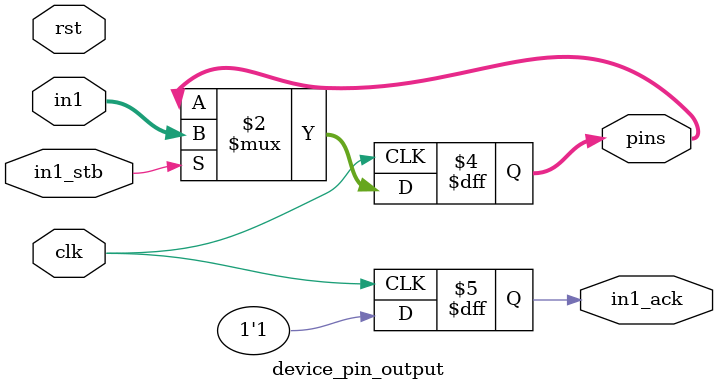
<source format=v>


module device_pin_output #(
    parameter bits=16,
    parameter port_name="pins"
  ) (
    input clk,
    input rst,
    output reg [bits-1:0] pins,
    input [bits-1:0] in1,
    input in1_stb,
    output reg in1_ack
  );

  always @(posedge clk)
  begin
    if (in1_stb) begin
      pins <= in1;
    end
    in1_ack <= 1'b1;
  end

endmodule

</source>
